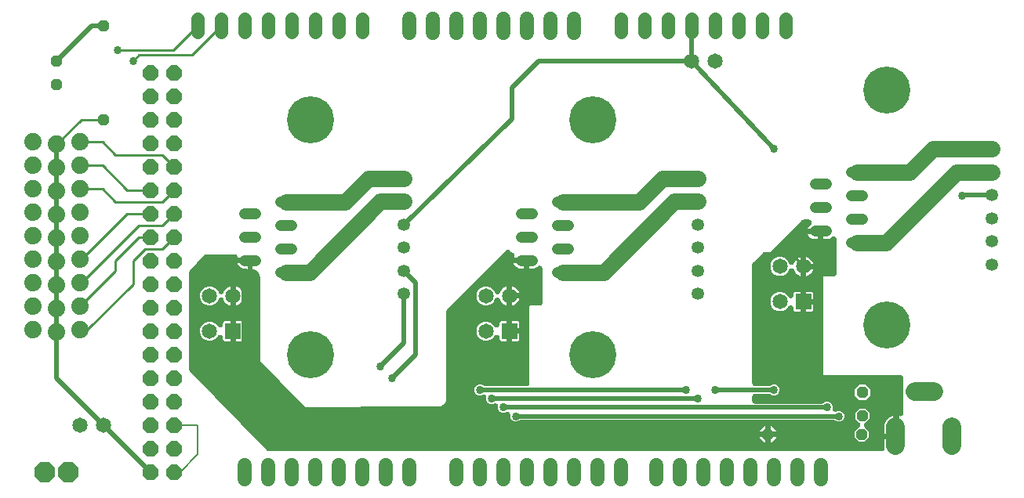
<source format=gbr>
G04 EAGLE Gerber RS-274X export*
G75*
%MOMM*%
%FSLAX34Y34*%
%LPD*%
%AMOC8*
5,1,8,0,0,1.08239X$1,22.5*%
G01*
%ADD10C,1.524000*%
%ADD11P,1.319650X8X292.500000*%
%ADD12C,2.000000*%
%ADD13C,1.350000*%
%ADD14C,1.879600*%
%ADD15P,1.319650X8X202.500000*%
%ADD16P,1.319650X8X112.500000*%
%ADD17C,1.200000*%
%ADD18C,5.080000*%
%ADD19C,1.651000*%
%ADD20R,1.651000X1.651000*%
%ADD21P,1.814519X8X112.500000*%
%ADD22C,1.422400*%
%ADD23P,2.336880X8X22.500000*%
%ADD24C,0.863600*%
%ADD25C,0.508000*%
%ADD26C,0.152400*%
%ADD27C,0.254000*%
%ADD28C,2.032000*%
%ADD29C,1.270000*%
%ADD30C,1.778000*%

G36*
X941698Y47758D02*
X941698Y47758D01*
X941767Y47756D01*
X941944Y47778D01*
X942121Y47793D01*
X942188Y47809D01*
X942256Y47818D01*
X942427Y47868D01*
X942600Y47911D01*
X942663Y47939D01*
X942729Y47958D01*
X942890Y48036D01*
X943054Y48106D01*
X943111Y48143D01*
X943173Y48173D01*
X943319Y48275D01*
X943470Y48371D01*
X943521Y48417D01*
X943577Y48456D01*
X943705Y48581D01*
X943838Y48700D01*
X943881Y48753D01*
X943930Y48801D01*
X944036Y48945D01*
X944147Y49084D01*
X944181Y49143D01*
X944222Y49198D01*
X944303Y49357D01*
X944391Y49512D01*
X944415Y49577D01*
X944447Y49638D01*
X944501Y49808D01*
X944563Y49975D01*
X944576Y50042D01*
X944597Y50107D01*
X944624Y50284D01*
X944658Y50459D01*
X944660Y50527D01*
X944670Y50595D01*
X944665Y50701D01*
X944673Y50952D01*
X944644Y51173D01*
X944639Y51277D01*
X944347Y53122D01*
X944347Y61061D01*
X956888Y61061D01*
X956964Y61068D01*
X957040Y61065D01*
X957209Y61087D01*
X957379Y61101D01*
X957453Y61120D01*
X957529Y61130D01*
X957692Y61179D01*
X957858Y61220D01*
X957928Y61250D01*
X958001Y61272D01*
X958155Y61347D01*
X958312Y61414D01*
X958376Y61455D01*
X958444Y61489D01*
X958584Y61588D01*
X958728Y61680D01*
X958784Y61730D01*
X958847Y61774D01*
X958968Y61894D01*
X959095Y62008D01*
X959096Y62009D01*
X959144Y62068D01*
X959197Y62121D01*
X959198Y62121D01*
X959198Y62122D01*
X959299Y62260D01*
X959406Y62393D01*
X959443Y62459D01*
X959488Y62520D01*
X959565Y62673D01*
X959650Y62821D01*
X959676Y62893D01*
X959711Y62961D01*
X959762Y63124D01*
X959821Y63284D01*
X959836Y63359D01*
X959859Y63431D01*
X959871Y63536D01*
X959916Y63768D01*
X959923Y64004D01*
X959935Y64109D01*
X959935Y86305D01*
X961083Y85932D01*
X961143Y85918D01*
X961200Y85896D01*
X961382Y85861D01*
X961563Y85818D01*
X961624Y85813D01*
X961684Y85802D01*
X961870Y85796D01*
X962055Y85783D01*
X962116Y85788D01*
X962177Y85786D01*
X962362Y85811D01*
X962547Y85828D01*
X962606Y85843D01*
X962666Y85851D01*
X962844Y85905D01*
X963024Y85951D01*
X963080Y85976D01*
X963139Y85993D01*
X963305Y86075D01*
X963476Y86150D01*
X963527Y86183D01*
X963582Y86210D01*
X963733Y86318D01*
X963889Y86419D01*
X963934Y86460D01*
X963984Y86496D01*
X964116Y86626D01*
X964254Y86752D01*
X964291Y86799D01*
X964335Y86842D01*
X964444Y86992D01*
X964560Y87138D01*
X964590Y87192D01*
X964625Y87241D01*
X964709Y87407D01*
X964800Y87570D01*
X964820Y87627D01*
X964848Y87682D01*
X964904Y87859D01*
X964966Y88034D01*
X964978Y88094D01*
X964996Y88152D01*
X965008Y88256D01*
X965056Y88519D01*
X965061Y88728D01*
X965072Y88830D01*
X965072Y127213D01*
X965066Y127289D01*
X965068Y127365D01*
X965046Y127534D01*
X965032Y127705D01*
X965014Y127779D01*
X965004Y127854D01*
X964955Y128018D01*
X964914Y128184D01*
X964884Y128253D01*
X964862Y128327D01*
X964786Y128480D01*
X964719Y128637D01*
X964678Y128701D01*
X964645Y128770D01*
X964546Y128909D01*
X964454Y129053D01*
X964403Y129110D01*
X964359Y129172D01*
X964239Y129293D01*
X964125Y129421D01*
X964066Y129469D01*
X964012Y129523D01*
X963874Y129624D01*
X963741Y129731D01*
X963675Y129768D01*
X963614Y129813D01*
X963461Y129890D01*
X963313Y129975D01*
X963241Y130001D01*
X963173Y130036D01*
X963010Y130087D01*
X962850Y130146D01*
X962775Y130161D01*
X962703Y130184D01*
X962598Y130196D01*
X962366Y130241D01*
X962130Y130248D01*
X962025Y130260D01*
X879431Y130260D01*
X878910Y130781D01*
X878910Y236519D01*
X879431Y237040D01*
X889762Y237040D01*
X889838Y237046D01*
X889914Y237044D01*
X890083Y237066D01*
X890254Y237080D01*
X890328Y237098D01*
X890403Y237108D01*
X890567Y237157D01*
X890733Y237198D01*
X890802Y237228D01*
X890876Y237250D01*
X891029Y237326D01*
X891186Y237393D01*
X891250Y237434D01*
X891319Y237467D01*
X891458Y237566D01*
X891602Y237658D01*
X891659Y237709D01*
X891721Y237753D01*
X891842Y237873D01*
X891970Y237987D01*
X892018Y238046D01*
X892072Y238100D01*
X892173Y238238D01*
X892280Y238371D01*
X892317Y238437D01*
X892362Y238498D01*
X892439Y238651D01*
X892524Y238799D01*
X892550Y238871D01*
X892585Y238939D01*
X892636Y239102D01*
X892695Y239262D01*
X892710Y239337D01*
X892733Y239409D01*
X892745Y239514D01*
X892790Y239746D01*
X892797Y239982D01*
X892809Y240087D01*
X892809Y277174D01*
X892806Y277212D01*
X892808Y277250D01*
X892786Y277457D01*
X892769Y277666D01*
X892760Y277703D01*
X892756Y277741D01*
X892701Y277942D01*
X892651Y278145D01*
X892636Y278180D01*
X892625Y278217D01*
X892538Y278407D01*
X892456Y278598D01*
X892436Y278630D01*
X892420Y278665D01*
X892303Y278839D01*
X892191Y279014D01*
X892166Y279043D01*
X892144Y279074D01*
X892001Y279227D01*
X891862Y279382D01*
X891833Y279406D01*
X891806Y279434D01*
X891641Y279561D01*
X891478Y279692D01*
X891445Y279711D01*
X891415Y279734D01*
X891231Y279833D01*
X891050Y279936D01*
X891014Y279949D01*
X890980Y279967D01*
X890783Y280035D01*
X890587Y280108D01*
X890550Y280115D01*
X890514Y280127D01*
X890308Y280162D01*
X890103Y280202D01*
X890065Y280203D01*
X890027Y280210D01*
X889818Y280211D01*
X889610Y280218D01*
X889572Y280213D01*
X889534Y280213D01*
X889328Y280180D01*
X889121Y280153D01*
X889084Y280142D01*
X889046Y280136D01*
X888848Y280071D01*
X888649Y280011D01*
X888614Y279994D01*
X888578Y279982D01*
X888392Y279885D01*
X888205Y279794D01*
X888174Y279772D01*
X888140Y279754D01*
X888067Y279696D01*
X887803Y279508D01*
X887681Y279387D01*
X887607Y279329D01*
X887514Y279236D01*
X886426Y278445D01*
X885229Y277835D01*
X883950Y277420D01*
X882622Y277209D01*
X878997Y277209D01*
X878997Y285750D01*
X878991Y285826D01*
X878994Y285902D01*
X878971Y286071D01*
X878957Y286241D01*
X878939Y286315D01*
X878929Y286391D01*
X878880Y286555D01*
X878839Y286720D01*
X878809Y286790D01*
X878787Y286863D01*
X878712Y287017D01*
X878644Y287174D01*
X878603Y287238D01*
X878570Y287306D01*
X878471Y287446D01*
X878379Y287590D01*
X878328Y287646D01*
X878284Y287709D01*
X878164Y287830D01*
X878050Y287958D01*
X877991Y288006D01*
X877958Y288039D01*
X877937Y288060D01*
X877799Y288161D01*
X877666Y288268D01*
X877600Y288306D01*
X877538Y288350D01*
X877386Y288427D01*
X877237Y288512D01*
X877166Y288538D01*
X877098Y288573D01*
X876935Y288624D01*
X876775Y288684D01*
X876700Y288698D01*
X876627Y288721D01*
X876523Y288733D01*
X876291Y288778D01*
X876055Y288786D01*
X875950Y288797D01*
X861960Y288797D01*
X862035Y289029D01*
X862645Y290226D01*
X863436Y291314D01*
X864386Y292264D01*
X865136Y292810D01*
X865160Y292830D01*
X865185Y292846D01*
X865347Y292990D01*
X865511Y293131D01*
X865530Y293154D01*
X865553Y293175D01*
X865689Y293343D01*
X865828Y293509D01*
X865844Y293535D01*
X865863Y293559D01*
X865970Y293746D01*
X866081Y293932D01*
X866092Y293961D01*
X866107Y293987D01*
X866183Y294190D01*
X866262Y294391D01*
X866268Y294421D01*
X866279Y294450D01*
X866320Y294662D01*
X866366Y294874D01*
X866368Y294904D01*
X866374Y294934D01*
X866380Y295150D01*
X866391Y295366D01*
X866388Y295397D01*
X866389Y295427D01*
X866361Y295641D01*
X866337Y295857D01*
X866328Y295886D01*
X866324Y295916D01*
X866262Y296124D01*
X866204Y296332D01*
X866191Y296359D01*
X866182Y296389D01*
X866087Y296583D01*
X865996Y296779D01*
X865979Y296804D01*
X865965Y296832D01*
X865840Y297008D01*
X865718Y297187D01*
X865697Y297209D01*
X865680Y297234D01*
X865527Y297388D01*
X865379Y297545D01*
X865354Y297563D01*
X865333Y297585D01*
X865158Y297712D01*
X864986Y297843D01*
X864959Y297857D01*
X864934Y297875D01*
X864742Y297973D01*
X864550Y298074D01*
X864521Y298084D01*
X864494Y298098D01*
X864288Y298163D01*
X864082Y298232D01*
X864052Y298237D01*
X864023Y298246D01*
X863939Y298255D01*
X863596Y298312D01*
X863435Y298312D01*
X863345Y298322D01*
X857250Y298322D01*
X857136Y298313D01*
X857022Y298314D01*
X856891Y298293D01*
X856758Y298282D01*
X856648Y298255D01*
X856535Y298237D01*
X856408Y298196D01*
X856279Y298164D01*
X856175Y298119D01*
X856066Y298083D01*
X855948Y298021D01*
X855826Y297969D01*
X855730Y297908D01*
X855628Y297855D01*
X855555Y297796D01*
X855410Y297704D01*
X855168Y297488D01*
X855095Y297430D01*
X821076Y263410D01*
X815289Y263469D01*
X815160Y263460D01*
X815031Y263460D01*
X814914Y263442D01*
X814797Y263434D01*
X814671Y263404D01*
X814543Y263384D01*
X814432Y263347D01*
X814317Y263320D01*
X814198Y263270D01*
X814075Y263230D01*
X813970Y263175D01*
X813862Y263130D01*
X813752Y263062D01*
X813637Y263002D01*
X813570Y262948D01*
X813443Y262869D01*
X813160Y262622D01*
X813104Y262576D01*
X802898Y252371D01*
X802824Y252284D01*
X802743Y252204D01*
X802665Y252096D01*
X802579Y251995D01*
X802520Y251897D01*
X802453Y251805D01*
X802393Y251686D01*
X802324Y251572D01*
X802282Y251466D01*
X802230Y251364D01*
X802190Y251238D01*
X802141Y251114D01*
X802116Y251003D01*
X802082Y250894D01*
X802072Y250800D01*
X802034Y250633D01*
X802016Y250308D01*
X802006Y250216D01*
X802006Y121412D01*
X802012Y121336D01*
X802010Y121260D01*
X802032Y121091D01*
X802046Y120920D01*
X802064Y120846D01*
X802074Y120771D01*
X802123Y120607D01*
X802164Y120441D01*
X802194Y120372D01*
X802216Y120298D01*
X802292Y120145D01*
X802359Y119988D01*
X802400Y119924D01*
X802433Y119855D01*
X802532Y119716D01*
X802624Y119572D01*
X802675Y119515D01*
X802719Y119453D01*
X802839Y119332D01*
X802953Y119204D01*
X803012Y119156D01*
X803066Y119102D01*
X803204Y119001D01*
X803337Y118894D01*
X803403Y118857D01*
X803464Y118812D01*
X803617Y118735D01*
X803765Y118650D01*
X803837Y118624D01*
X803905Y118589D01*
X804068Y118538D01*
X804228Y118479D01*
X804303Y118464D01*
X804375Y118441D01*
X804480Y118429D01*
X804712Y118384D01*
X804948Y118377D01*
X805053Y118365D01*
X820040Y118365D01*
X820153Y118374D01*
X820268Y118373D01*
X820399Y118394D01*
X820531Y118405D01*
X820642Y118432D01*
X820755Y118450D01*
X820881Y118491D01*
X821010Y118523D01*
X821115Y118568D01*
X821224Y118604D01*
X821342Y118666D01*
X821464Y118718D01*
X821560Y118779D01*
X821661Y118832D01*
X821735Y118891D01*
X821880Y118983D01*
X822122Y119199D01*
X822188Y119252D01*
X824338Y120143D01*
X826662Y120143D01*
X828810Y119253D01*
X830453Y117610D01*
X831343Y115462D01*
X831343Y113138D01*
X830453Y110990D01*
X828810Y109347D01*
X826662Y108457D01*
X824338Y108457D01*
X822189Y109347D01*
X822107Y109417D01*
X822027Y109498D01*
X821920Y109576D01*
X821818Y109662D01*
X821721Y109721D01*
X821628Y109788D01*
X821510Y109848D01*
X821396Y109917D01*
X821290Y109959D01*
X821188Y110011D01*
X821061Y110051D01*
X820938Y110100D01*
X820826Y110125D01*
X820717Y110159D01*
X820624Y110169D01*
X820456Y110207D01*
X820132Y110225D01*
X820040Y110235D01*
X805053Y110235D01*
X804977Y110229D01*
X804901Y110231D01*
X804732Y110209D01*
X804561Y110195D01*
X804487Y110177D01*
X804412Y110167D01*
X804248Y110118D01*
X804082Y110077D01*
X804013Y110047D01*
X803939Y110025D01*
X803786Y109949D01*
X803629Y109882D01*
X803565Y109841D01*
X803496Y109808D01*
X803357Y109709D01*
X803213Y109617D01*
X803156Y109566D01*
X803094Y109522D01*
X802973Y109402D01*
X802845Y109288D01*
X802797Y109229D01*
X802743Y109175D01*
X802642Y109037D01*
X802535Y108904D01*
X802498Y108838D01*
X802453Y108777D01*
X802376Y108624D01*
X802291Y108476D01*
X802265Y108404D01*
X802230Y108336D01*
X802179Y108173D01*
X802120Y108013D01*
X802105Y107938D01*
X802082Y107866D01*
X802070Y107761D01*
X802025Y107529D01*
X802018Y107293D01*
X802006Y107188D01*
X802006Y102362D01*
X802012Y102286D01*
X802010Y102210D01*
X802032Y102041D01*
X802046Y101870D01*
X802064Y101796D01*
X802074Y101721D01*
X802123Y101557D01*
X802164Y101391D01*
X802194Y101322D01*
X802216Y101248D01*
X802292Y101095D01*
X802359Y100938D01*
X802400Y100874D01*
X802433Y100805D01*
X802532Y100666D01*
X802624Y100522D01*
X802675Y100465D01*
X802719Y100403D01*
X802839Y100282D01*
X802953Y100154D01*
X803012Y100106D01*
X803066Y100052D01*
X803204Y99951D01*
X803337Y99844D01*
X803403Y99807D01*
X803464Y99762D01*
X803617Y99685D01*
X803765Y99600D01*
X803837Y99574D01*
X803905Y99539D01*
X804068Y99488D01*
X804228Y99429D01*
X804303Y99414D01*
X804375Y99391D01*
X804480Y99379D01*
X804712Y99334D01*
X804948Y99327D01*
X805053Y99315D01*
X877190Y99315D01*
X877303Y99324D01*
X877418Y99323D01*
X877549Y99344D01*
X877681Y99355D01*
X877792Y99382D01*
X877905Y99400D01*
X878031Y99441D01*
X878160Y99473D01*
X878265Y99518D01*
X878374Y99554D01*
X878492Y99616D01*
X878614Y99668D01*
X878710Y99729D01*
X878811Y99782D01*
X878885Y99841D01*
X879030Y99933D01*
X879272Y100149D01*
X879338Y100202D01*
X881488Y101093D01*
X883812Y101093D01*
X885960Y100203D01*
X887603Y98560D01*
X888493Y96412D01*
X888493Y93769D01*
X888507Y93589D01*
X888514Y93409D01*
X888527Y93344D01*
X888533Y93278D01*
X888576Y93102D01*
X888612Y92925D01*
X888635Y92863D01*
X888651Y92799D01*
X888723Y92633D01*
X888786Y92464D01*
X888820Y92406D01*
X888846Y92345D01*
X888943Y92193D01*
X889033Y92037D01*
X889075Y91985D01*
X889111Y91929D01*
X889231Y91795D01*
X889346Y91655D01*
X889395Y91611D01*
X889440Y91561D01*
X889580Y91448D01*
X889715Y91329D01*
X889772Y91293D01*
X889824Y91251D01*
X889980Y91162D01*
X890133Y91066D01*
X890195Y91040D01*
X890252Y91007D01*
X890422Y90945D01*
X890588Y90875D01*
X890652Y90859D01*
X890715Y90836D01*
X890892Y90801D01*
X891067Y90759D01*
X891134Y90754D01*
X891199Y90741D01*
X891379Y90736D01*
X891559Y90722D01*
X891626Y90728D01*
X891692Y90726D01*
X891871Y90749D01*
X892051Y90765D01*
X892101Y90780D01*
X892181Y90790D01*
X892653Y90933D01*
X892684Y90948D01*
X892706Y90954D01*
X894188Y91568D01*
X896512Y91568D01*
X898660Y90678D01*
X900303Y89035D01*
X901193Y86887D01*
X901193Y84563D01*
X900303Y82415D01*
X898660Y80772D01*
X896512Y79882D01*
X894188Y79882D01*
X892039Y80772D01*
X891957Y80842D01*
X891877Y80923D01*
X891770Y81001D01*
X891668Y81087D01*
X891571Y81146D01*
X891478Y81213D01*
X891360Y81273D01*
X891246Y81342D01*
X891140Y81384D01*
X891038Y81436D01*
X890911Y81476D01*
X890788Y81525D01*
X890676Y81550D01*
X890567Y81584D01*
X890474Y81594D01*
X890306Y81632D01*
X889982Y81650D01*
X889890Y81660D01*
X551860Y81660D01*
X551746Y81651D01*
X551632Y81652D01*
X551500Y81631D01*
X551368Y81620D01*
X551257Y81593D01*
X551144Y81575D01*
X551018Y81534D01*
X550889Y81502D01*
X550784Y81457D01*
X550676Y81421D01*
X550558Y81359D01*
X550436Y81307D01*
X550340Y81246D01*
X550238Y81193D01*
X550165Y81134D01*
X550020Y81042D01*
X549777Y80826D01*
X549711Y80773D01*
X547562Y79882D01*
X545237Y79882D01*
X543090Y80772D01*
X541446Y82415D01*
X540557Y84563D01*
X540557Y87330D01*
X540542Y87510D01*
X540535Y87690D01*
X540522Y87755D01*
X540517Y87821D01*
X540473Y87997D01*
X540437Y88173D01*
X540414Y88236D01*
X540398Y88300D01*
X540327Y88466D01*
X540263Y88635D01*
X540230Y88692D01*
X540203Y88754D01*
X540106Y88906D01*
X540016Y89062D01*
X539974Y89114D01*
X539938Y89170D01*
X539818Y89304D01*
X539704Y89444D01*
X539654Y89488D01*
X539610Y89538D01*
X539469Y89651D01*
X539334Y89770D01*
X539277Y89806D01*
X539226Y89848D01*
X539069Y89937D01*
X538916Y90033D01*
X538855Y90059D01*
X538797Y90092D01*
X538628Y90154D01*
X538462Y90224D01*
X538397Y90240D01*
X538334Y90263D01*
X538157Y90298D01*
X537982Y90340D01*
X537916Y90345D01*
X537850Y90358D01*
X537670Y90363D01*
X537490Y90377D01*
X537424Y90371D01*
X537357Y90373D01*
X537178Y90350D01*
X536999Y90334D01*
X536948Y90319D01*
X536868Y90309D01*
X536396Y90166D01*
X536366Y90151D01*
X536343Y90145D01*
X534562Y89407D01*
X532238Y89407D01*
X530090Y90297D01*
X528447Y91940D01*
X527557Y94088D01*
X527557Y96731D01*
X527543Y96911D01*
X527536Y97091D01*
X527523Y97156D01*
X527517Y97222D01*
X527474Y97398D01*
X527438Y97575D01*
X527415Y97637D01*
X527399Y97701D01*
X527327Y97867D01*
X527264Y98036D01*
X527230Y98094D01*
X527204Y98155D01*
X527107Y98307D01*
X527017Y98463D01*
X526975Y98515D01*
X526939Y98571D01*
X526819Y98705D01*
X526704Y98845D01*
X526655Y98889D01*
X526610Y98939D01*
X526470Y99052D01*
X526335Y99171D01*
X526278Y99207D01*
X526226Y99249D01*
X526070Y99338D01*
X525917Y99434D01*
X525855Y99460D01*
X525798Y99493D01*
X525628Y99555D01*
X525462Y99625D01*
X525398Y99641D01*
X525335Y99664D01*
X525158Y99699D01*
X524983Y99741D01*
X524916Y99746D01*
X524851Y99759D01*
X524671Y99764D01*
X524491Y99778D01*
X524424Y99772D01*
X524358Y99774D01*
X524179Y99751D01*
X523999Y99735D01*
X523949Y99720D01*
X523869Y99710D01*
X523397Y99567D01*
X523366Y99552D01*
X523344Y99546D01*
X521862Y98932D01*
X519538Y98932D01*
X517390Y99822D01*
X515747Y101465D01*
X514857Y103613D01*
X514857Y106256D01*
X514843Y106436D01*
X514836Y106616D01*
X514823Y106681D01*
X514817Y106747D01*
X514774Y106923D01*
X514738Y107100D01*
X514715Y107162D01*
X514699Y107226D01*
X514627Y107392D01*
X514564Y107561D01*
X514530Y107619D01*
X514504Y107680D01*
X514407Y107832D01*
X514317Y107988D01*
X514275Y108040D01*
X514239Y108096D01*
X514119Y108230D01*
X514004Y108370D01*
X513955Y108414D01*
X513910Y108464D01*
X513770Y108577D01*
X513635Y108696D01*
X513578Y108732D01*
X513526Y108774D01*
X513370Y108863D01*
X513217Y108959D01*
X513155Y108985D01*
X513098Y109018D01*
X512928Y109080D01*
X512762Y109150D01*
X512698Y109166D01*
X512635Y109189D01*
X512458Y109224D01*
X512283Y109266D01*
X512216Y109271D01*
X512151Y109284D01*
X511971Y109289D01*
X511791Y109303D01*
X511724Y109297D01*
X511658Y109299D01*
X511479Y109276D01*
X511299Y109260D01*
X511249Y109245D01*
X511169Y109235D01*
X510697Y109092D01*
X510666Y109077D01*
X510644Y109071D01*
X509162Y108457D01*
X506838Y108457D01*
X504690Y109347D01*
X503047Y110990D01*
X502157Y113138D01*
X502157Y115462D01*
X503047Y117610D01*
X504690Y119253D01*
X506838Y120143D01*
X509162Y120143D01*
X511311Y119253D01*
X511393Y119183D01*
X511473Y119102D01*
X511580Y119024D01*
X511682Y118938D01*
X511779Y118879D01*
X511872Y118812D01*
X511990Y118752D01*
X512104Y118683D01*
X512210Y118641D01*
X512312Y118589D01*
X512439Y118549D01*
X512562Y118500D01*
X512674Y118475D01*
X512783Y118441D01*
X512876Y118431D01*
X513044Y118393D01*
X513368Y118375D01*
X513460Y118365D01*
X558363Y118365D01*
X558439Y118371D01*
X558515Y118369D01*
X558684Y118391D01*
X558855Y118405D01*
X558929Y118423D01*
X559004Y118433D01*
X559168Y118482D01*
X559334Y118523D01*
X559403Y118553D01*
X559477Y118575D01*
X559630Y118651D01*
X559787Y118718D01*
X559851Y118759D01*
X559920Y118792D01*
X560059Y118891D01*
X560203Y118983D01*
X560260Y119034D01*
X560322Y119078D01*
X560443Y119198D01*
X560571Y119312D01*
X560619Y119371D01*
X560673Y119425D01*
X560774Y119563D01*
X560881Y119696D01*
X560918Y119762D01*
X560963Y119823D01*
X561040Y119976D01*
X561125Y120124D01*
X561151Y120196D01*
X561186Y120264D01*
X561237Y120427D01*
X561296Y120587D01*
X561311Y120662D01*
X561334Y120734D01*
X561346Y120839D01*
X561391Y121071D01*
X561398Y121307D01*
X561410Y121412D01*
X561410Y204769D01*
X561931Y205290D01*
X572262Y205290D01*
X572338Y205296D01*
X572414Y205294D01*
X572583Y205316D01*
X572754Y205330D01*
X572828Y205348D01*
X572903Y205358D01*
X573067Y205407D01*
X573233Y205448D01*
X573302Y205478D01*
X573376Y205500D01*
X573529Y205576D01*
X573686Y205643D01*
X573750Y205684D01*
X573819Y205717D01*
X573958Y205816D01*
X574102Y205908D01*
X574159Y205959D01*
X574221Y206003D01*
X574342Y206123D01*
X574470Y206237D01*
X574518Y206296D01*
X574572Y206350D01*
X574673Y206488D01*
X574780Y206621D01*
X574817Y206687D01*
X574862Y206748D01*
X574939Y206901D01*
X575024Y207049D01*
X575050Y207121D01*
X575085Y207189D01*
X575136Y207352D01*
X575195Y207512D01*
X575210Y207587D01*
X575233Y207659D01*
X575245Y207764D01*
X575290Y207996D01*
X575297Y208232D01*
X575309Y208337D01*
X575309Y245424D01*
X575306Y245462D01*
X575308Y245500D01*
X575286Y245707D01*
X575269Y245916D01*
X575260Y245953D01*
X575256Y245991D01*
X575201Y246192D01*
X575151Y246395D01*
X575136Y246430D01*
X575125Y246467D01*
X575038Y246657D01*
X574956Y246848D01*
X574936Y246880D01*
X574920Y246915D01*
X574803Y247089D01*
X574691Y247264D01*
X574666Y247293D01*
X574644Y247324D01*
X574501Y247477D01*
X574362Y247632D01*
X574333Y247656D01*
X574306Y247684D01*
X574141Y247811D01*
X573978Y247942D01*
X573945Y247961D01*
X573915Y247984D01*
X573731Y248083D01*
X573550Y248186D01*
X573514Y248199D01*
X573480Y248217D01*
X573283Y248285D01*
X573087Y248358D01*
X573050Y248365D01*
X573014Y248377D01*
X572808Y248412D01*
X572603Y248452D01*
X572565Y248453D01*
X572527Y248460D01*
X572318Y248461D01*
X572110Y248468D01*
X572072Y248463D01*
X572034Y248463D01*
X571828Y248430D01*
X571621Y248403D01*
X571584Y248392D01*
X571546Y248386D01*
X571348Y248321D01*
X571149Y248261D01*
X571114Y248244D01*
X571078Y248232D01*
X570892Y248135D01*
X570705Y248044D01*
X570674Y248022D01*
X570640Y248004D01*
X570567Y247946D01*
X570303Y247758D01*
X570181Y247637D01*
X570107Y247579D01*
X570014Y247486D01*
X568926Y246695D01*
X567729Y246085D01*
X566450Y245670D01*
X565122Y245459D01*
X561497Y245459D01*
X561497Y254000D01*
X561491Y254076D01*
X561494Y254152D01*
X561471Y254321D01*
X561457Y254491D01*
X561439Y254565D01*
X561429Y254641D01*
X561380Y254805D01*
X561339Y254970D01*
X561309Y255040D01*
X561287Y255113D01*
X561212Y255267D01*
X561144Y255424D01*
X561103Y255488D01*
X561070Y255556D01*
X560971Y255696D01*
X560879Y255840D01*
X560828Y255896D01*
X560784Y255959D01*
X560664Y256080D01*
X560550Y256208D01*
X560491Y256256D01*
X560458Y256289D01*
X560437Y256310D01*
X560299Y256411D01*
X560166Y256518D01*
X560100Y256556D01*
X560038Y256600D01*
X559886Y256677D01*
X559737Y256762D01*
X559666Y256788D01*
X559598Y256823D01*
X559435Y256874D01*
X559275Y256934D01*
X559200Y256948D01*
X559127Y256971D01*
X559023Y256983D01*
X558791Y257028D01*
X558555Y257036D01*
X558450Y257047D01*
X544460Y257047D01*
X544535Y257278D01*
X545140Y258467D01*
X545215Y258648D01*
X545295Y258826D01*
X545309Y258875D01*
X545328Y258923D01*
X545372Y259114D01*
X545423Y259302D01*
X545428Y259353D01*
X545440Y259403D01*
X545453Y259599D01*
X545472Y259793D01*
X545469Y259845D01*
X545472Y259896D01*
X545453Y260091D01*
X545441Y260286D01*
X545430Y260336D01*
X545425Y260387D01*
X545375Y260576D01*
X545331Y260767D01*
X545312Y260814D01*
X545299Y260864D01*
X545219Y261042D01*
X545145Y261224D01*
X545119Y261267D01*
X545098Y261314D01*
X544990Y261478D01*
X544888Y261645D01*
X544855Y261683D01*
X544827Y261726D01*
X544694Y261870D01*
X544566Y262018D01*
X544527Y262051D01*
X544492Y262089D01*
X544338Y262210D01*
X544188Y262336D01*
X544152Y262356D01*
X544104Y262393D01*
X543672Y262631D01*
X543622Y262648D01*
X543591Y262665D01*
X541783Y263414D01*
X540317Y264880D01*
X540259Y264930D01*
X540207Y264985D01*
X540071Y265089D01*
X539941Y265200D01*
X539876Y265239D01*
X539816Y265286D01*
X539665Y265366D01*
X539519Y265455D01*
X539448Y265483D01*
X539381Y265519D01*
X539219Y265574D01*
X539061Y265638D01*
X538986Y265654D01*
X538914Y265679D01*
X538746Y265707D01*
X538579Y265744D01*
X538503Y265749D01*
X538428Y265761D01*
X538257Y265762D01*
X538086Y265772D01*
X538011Y265764D01*
X537934Y265764D01*
X537766Y265738D01*
X537596Y265720D01*
X537523Y265700D01*
X537447Y265688D01*
X537285Y265634D01*
X537120Y265589D01*
X537051Y265557D01*
X536979Y265534D01*
X536827Y265455D01*
X536672Y265383D01*
X536609Y265341D01*
X536541Y265306D01*
X536459Y265240D01*
X536262Y265108D01*
X536090Y264946D01*
X536008Y264880D01*
X472698Y201571D01*
X472624Y201484D01*
X472543Y201404D01*
X472465Y201296D01*
X472379Y201195D01*
X472320Y201097D01*
X472253Y201005D01*
X472193Y200886D01*
X472124Y200772D01*
X472082Y200666D01*
X472030Y200564D01*
X471990Y200438D01*
X471941Y200314D01*
X471916Y200203D01*
X471882Y200094D01*
X471872Y200000D01*
X471834Y199833D01*
X471816Y199508D01*
X471806Y199416D01*
X471806Y103133D01*
X470549Y100098D01*
X468227Y97776D01*
X465192Y96519D01*
X380775Y96519D01*
X380661Y96510D01*
X380547Y96511D01*
X380415Y96490D01*
X380283Y96479D01*
X380172Y96452D01*
X380059Y96434D01*
X379933Y96393D01*
X379804Y96361D01*
X379699Y96316D01*
X379591Y96280D01*
X379473Y96218D01*
X379351Y96166D01*
X379254Y96105D01*
X379153Y96052D01*
X379080Y95993D01*
X378935Y95901D01*
X378916Y95884D01*
X306923Y95884D01*
X305189Y97618D01*
X305102Y97692D01*
X305022Y97773D01*
X304914Y97851D01*
X304813Y97937D01*
X304715Y97996D01*
X304623Y98063D01*
X304505Y98123D01*
X304391Y98192D01*
X304284Y98234D01*
X304183Y98286D01*
X304056Y98326D01*
X303932Y98375D01*
X303821Y98400D01*
X303712Y98434D01*
X303619Y98444D01*
X303451Y98482D01*
X303127Y98500D01*
X303034Y98510D01*
X257131Y98510D01*
X256610Y99031D01*
X256610Y165650D01*
X256607Y165688D01*
X256609Y165727D01*
X256587Y165935D01*
X256570Y166142D01*
X256561Y166179D01*
X256557Y166217D01*
X256502Y166419D01*
X256452Y166621D01*
X256437Y166656D01*
X256426Y166693D01*
X256339Y166883D01*
X256257Y167074D01*
X256237Y167107D01*
X256221Y167141D01*
X256104Y167314D01*
X255992Y167490D01*
X255967Y167519D01*
X255945Y167551D01*
X255802Y167703D01*
X255663Y167858D01*
X255634Y167882D01*
X255607Y167910D01*
X255441Y168037D01*
X255279Y168168D01*
X255246Y168187D01*
X255216Y168210D01*
X255032Y168309D01*
X254851Y168412D01*
X254815Y168426D01*
X254781Y168444D01*
X254584Y168511D01*
X254388Y168584D01*
X254351Y168591D01*
X254315Y168604D01*
X254109Y168638D01*
X253904Y168679D01*
X253866Y168680D01*
X253828Y168686D01*
X253619Y168687D01*
X253411Y168694D01*
X253373Y168689D01*
X253335Y168689D01*
X253129Y168657D01*
X252922Y168629D01*
X252885Y168618D01*
X252848Y168612D01*
X252650Y168547D01*
X252450Y168487D01*
X252415Y168470D01*
X252379Y168458D01*
X252194Y168362D01*
X252006Y168270D01*
X251975Y168248D01*
X251941Y168230D01*
X251869Y168172D01*
X251604Y167985D01*
X251482Y167864D01*
X251408Y167805D01*
X251115Y167512D01*
X250536Y167177D01*
X249890Y167004D01*
X244347Y167004D01*
X244347Y177800D01*
X244347Y188596D01*
X249890Y188596D01*
X250536Y188423D01*
X251115Y188088D01*
X251408Y187795D01*
X251437Y187770D01*
X251463Y187742D01*
X251625Y187611D01*
X251784Y187475D01*
X251817Y187456D01*
X251847Y187432D01*
X252028Y187329D01*
X252207Y187221D01*
X252242Y187207D01*
X252275Y187188D01*
X252471Y187115D01*
X252665Y187038D01*
X252702Y187029D01*
X252738Y187016D01*
X252942Y186976D01*
X253146Y186931D01*
X253185Y186929D01*
X253222Y186921D01*
X253430Y186915D01*
X253639Y186903D01*
X253677Y186907D01*
X253715Y186906D01*
X253921Y186933D01*
X254130Y186955D01*
X254166Y186966D01*
X254204Y186971D01*
X254404Y187031D01*
X254605Y187086D01*
X254640Y187102D01*
X254677Y187113D01*
X254864Y187205D01*
X255054Y187292D01*
X255085Y187313D01*
X255120Y187330D01*
X255290Y187451D01*
X255463Y187567D01*
X255491Y187593D01*
X255522Y187615D01*
X255670Y187762D01*
X255823Y187905D01*
X255846Y187935D01*
X255873Y187962D01*
X255996Y188131D01*
X256123Y188296D01*
X256141Y188330D01*
X256163Y188361D01*
X256257Y188547D01*
X256356Y188731D01*
X256368Y188767D01*
X256386Y188801D01*
X256448Y189000D01*
X256516Y189198D01*
X256522Y189235D01*
X256534Y189272D01*
X256544Y189365D01*
X256599Y189684D01*
X256600Y189856D01*
X256610Y189950D01*
X256610Y204769D01*
X256917Y205075D01*
X256991Y205162D01*
X257072Y205242D01*
X257150Y205350D01*
X257236Y205451D01*
X257295Y205549D01*
X257362Y205641D01*
X257422Y205759D01*
X257491Y205874D01*
X257533Y205980D01*
X257585Y206082D01*
X257625Y206208D01*
X257674Y206332D01*
X257699Y206443D01*
X257733Y206552D01*
X257743Y206646D01*
X257781Y206813D01*
X257799Y207138D01*
X257809Y207230D01*
X257809Y212535D01*
X257808Y212550D01*
X257809Y212566D01*
X257788Y212796D01*
X257769Y213027D01*
X257766Y213042D01*
X257764Y213057D01*
X257706Y213280D01*
X257651Y213506D01*
X257645Y213520D01*
X257641Y213534D01*
X257547Y213747D01*
X257456Y213959D01*
X257448Y213972D01*
X257442Y213986D01*
X257315Y214181D01*
X257191Y214375D01*
X257181Y214386D01*
X257173Y214399D01*
X257016Y214571D01*
X256862Y214743D01*
X256850Y214752D01*
X256840Y214764D01*
X256657Y214909D01*
X256478Y215053D01*
X256465Y215060D01*
X256453Y215070D01*
X256250Y215183D01*
X256050Y215297D01*
X256035Y215302D01*
X256022Y215310D01*
X255805Y215388D01*
X255587Y215468D01*
X255572Y215471D01*
X255558Y215477D01*
X255329Y215519D01*
X255103Y215563D01*
X255088Y215564D01*
X255073Y215566D01*
X254839Y215571D01*
X254610Y215579D01*
X254595Y215577D01*
X254580Y215577D01*
X254350Y215544D01*
X254121Y215514D01*
X254106Y215510D01*
X254091Y215508D01*
X253870Y215438D01*
X253649Y215372D01*
X253635Y215365D01*
X253620Y215360D01*
X253413Y215256D01*
X253205Y215155D01*
X253193Y215146D01*
X253179Y215139D01*
X252992Y215003D01*
X252803Y214869D01*
X252792Y214858D01*
X252780Y214850D01*
X252617Y214685D01*
X252452Y214523D01*
X252443Y214510D01*
X252432Y214499D01*
X252298Y214311D01*
X252162Y214124D01*
X252155Y214110D01*
X252146Y214098D01*
X252123Y214047D01*
X251939Y213683D01*
X251898Y213551D01*
X251864Y213477D01*
X251305Y211756D01*
X250533Y210242D01*
X249534Y208867D01*
X248333Y207666D01*
X246958Y206667D01*
X245444Y205895D01*
X244347Y205539D01*
X244347Y215900D01*
X244347Y226261D01*
X245444Y225905D01*
X246958Y225133D01*
X248333Y224134D01*
X249534Y222933D01*
X250533Y221558D01*
X251305Y220044D01*
X251864Y218323D01*
X251870Y218309D01*
X251873Y218294D01*
X251965Y218082D01*
X252054Y217868D01*
X252062Y217855D01*
X252068Y217841D01*
X252192Y217646D01*
X252315Y217449D01*
X252325Y217438D01*
X252333Y217425D01*
X252487Y217253D01*
X252640Y217078D01*
X252652Y217068D01*
X252662Y217057D01*
X252842Y216911D01*
X253020Y216764D01*
X253034Y216757D01*
X253046Y216747D01*
X253247Y216633D01*
X253447Y216516D01*
X253461Y216511D01*
X253474Y216503D01*
X253692Y216422D01*
X253908Y216340D01*
X253923Y216337D01*
X253937Y216332D01*
X254163Y216287D01*
X254391Y216240D01*
X254406Y216240D01*
X254421Y216237D01*
X254651Y216230D01*
X254884Y216220D01*
X254899Y216222D01*
X254914Y216221D01*
X255144Y216252D01*
X255373Y216280D01*
X255388Y216284D01*
X255403Y216286D01*
X255626Y216353D01*
X255847Y216417D01*
X255861Y216424D01*
X255876Y216428D01*
X256084Y216531D01*
X256292Y216630D01*
X256305Y216639D01*
X256319Y216645D01*
X256508Y216779D01*
X256698Y216911D01*
X256708Y216922D01*
X256721Y216931D01*
X256885Y217093D01*
X257052Y217254D01*
X257061Y217267D01*
X257072Y217277D01*
X257208Y217464D01*
X257346Y217650D01*
X257353Y217664D01*
X257362Y217676D01*
X257466Y217882D01*
X257573Y218088D01*
X257578Y218103D01*
X257585Y218117D01*
X257654Y218338D01*
X257726Y218558D01*
X257728Y218573D01*
X257733Y218587D01*
X257739Y218643D01*
X257801Y219045D01*
X257800Y219184D01*
X257809Y219265D01*
X257809Y242412D01*
X257803Y242488D01*
X257805Y242564D01*
X257783Y242733D01*
X257769Y242904D01*
X257751Y242978D01*
X257741Y243053D01*
X257692Y243217D01*
X257651Y243383D01*
X257621Y243452D01*
X257599Y243526D01*
X257523Y243679D01*
X257456Y243836D01*
X257415Y243900D01*
X257382Y243969D01*
X257283Y244108D01*
X257191Y244252D01*
X257140Y244309D01*
X257096Y244371D01*
X256976Y244492D01*
X256862Y244620D01*
X256803Y244668D01*
X256749Y244722D01*
X256611Y244823D01*
X256478Y244930D01*
X256412Y244967D01*
X256351Y245012D01*
X256198Y245089D01*
X256050Y245174D01*
X255978Y245200D01*
X255910Y245235D01*
X255747Y245286D01*
X255587Y245345D01*
X255512Y245360D01*
X255440Y245383D01*
X255335Y245395D01*
X255103Y245440D01*
X254867Y245447D01*
X254762Y245459D01*
X253328Y245459D01*
X252000Y245670D01*
X250721Y246085D01*
X249524Y246695D01*
X248436Y247486D01*
X247486Y248436D01*
X246695Y249524D01*
X246085Y250721D01*
X246010Y250953D01*
X260000Y250953D01*
X260076Y250959D01*
X260152Y250956D01*
X260321Y250979D01*
X260491Y250993D01*
X260565Y251011D01*
X260641Y251021D01*
X260805Y251070D01*
X260970Y251111D01*
X261040Y251141D01*
X261113Y251163D01*
X261267Y251238D01*
X261424Y251306D01*
X261488Y251347D01*
X261556Y251380D01*
X261696Y251479D01*
X261840Y251571D01*
X261896Y251622D01*
X261959Y251666D01*
X262080Y251786D01*
X262208Y251900D01*
X262255Y251959D01*
X262310Y252012D01*
X262410Y252151D01*
X262517Y252283D01*
X262555Y252350D01*
X262600Y252411D01*
X262677Y252564D01*
X262761Y252712D01*
X262788Y252784D01*
X262822Y252852D01*
X262874Y253014D01*
X262933Y253175D01*
X262948Y253249D01*
X262971Y253322D01*
X262982Y253427D01*
X263028Y253659D01*
X263035Y253895D01*
X263047Y254000D01*
X263041Y254076D01*
X263043Y254152D01*
X263021Y254321D01*
X263007Y254492D01*
X262989Y254566D01*
X262979Y254641D01*
X262929Y254805D01*
X262888Y254971D01*
X262858Y255041D01*
X262836Y255114D01*
X262761Y255267D01*
X262694Y255424D01*
X262653Y255488D01*
X262619Y255557D01*
X262520Y255696D01*
X262429Y255840D01*
X262378Y255897D01*
X262334Y255959D01*
X262214Y256081D01*
X262100Y256208D01*
X262041Y256256D01*
X261987Y256310D01*
X261849Y256411D01*
X261716Y256518D01*
X261650Y256556D01*
X261588Y256600D01*
X261436Y256677D01*
X261287Y256762D01*
X261216Y256788D01*
X261148Y256823D01*
X260985Y256874D01*
X260825Y256934D01*
X260750Y256948D01*
X260677Y256971D01*
X260573Y256983D01*
X260341Y257028D01*
X260105Y257036D01*
X260000Y257047D01*
X246005Y257047D01*
X246007Y257055D01*
X246028Y257112D01*
X246064Y257295D01*
X246107Y257475D01*
X246111Y257536D01*
X246123Y257596D01*
X246129Y257782D01*
X246142Y257967D01*
X246136Y258028D01*
X246138Y258089D01*
X246114Y258273D01*
X246097Y258459D01*
X246082Y258518D01*
X246074Y258578D01*
X246020Y258757D01*
X245974Y258936D01*
X245949Y258992D01*
X245931Y259051D01*
X245850Y259218D01*
X245775Y259388D01*
X245741Y259439D01*
X245715Y259494D01*
X245607Y259645D01*
X245505Y259801D01*
X245464Y259846D01*
X245429Y259896D01*
X245298Y260028D01*
X245173Y260166D01*
X245125Y260204D01*
X245082Y260247D01*
X244932Y260356D01*
X244786Y260472D01*
X244733Y260502D01*
X244684Y260537D01*
X244518Y260621D01*
X244355Y260712D01*
X244297Y260732D01*
X244243Y260760D01*
X244066Y260815D01*
X243891Y260879D01*
X243831Y260890D01*
X243773Y260908D01*
X243669Y260920D01*
X243406Y260968D01*
X243197Y260973D01*
X243095Y260984D01*
X212086Y260984D01*
X211871Y260967D01*
X211656Y260954D01*
X211625Y260947D01*
X211594Y260944D01*
X211385Y260892D01*
X211175Y260845D01*
X211146Y260833D01*
X211115Y260826D01*
X210917Y260741D01*
X210718Y260660D01*
X210691Y260643D01*
X210662Y260631D01*
X210480Y260516D01*
X210296Y260403D01*
X210277Y260386D01*
X210246Y260366D01*
X209878Y260037D01*
X209830Y259978D01*
X209792Y259944D01*
X194557Y242531D01*
X194549Y242521D01*
X194540Y242512D01*
X194402Y242323D01*
X194263Y242135D01*
X194257Y242124D01*
X194250Y242114D01*
X194144Y241905D01*
X194037Y241697D01*
X194033Y241684D01*
X194027Y241673D01*
X193957Y241450D01*
X193885Y241227D01*
X193883Y241215D01*
X193879Y241203D01*
X193874Y241153D01*
X193810Y240740D01*
X193812Y240605D01*
X193803Y240525D01*
X193803Y136525D01*
X193810Y136440D01*
X193808Y136354D01*
X193830Y136194D01*
X193843Y136033D01*
X193863Y135950D01*
X193875Y135866D01*
X193923Y135711D01*
X193961Y135554D01*
X193995Y135476D01*
X194020Y135394D01*
X194092Y135249D01*
X194156Y135101D01*
X194202Y135029D01*
X194240Y134952D01*
X194303Y134870D01*
X194421Y134685D01*
X194591Y134495D01*
X194655Y134411D01*
X277205Y48686D01*
X277312Y48592D01*
X277413Y48490D01*
X277497Y48429D01*
X277575Y48360D01*
X277696Y48284D01*
X277811Y48200D01*
X277904Y48153D01*
X277993Y48097D01*
X278124Y48042D01*
X278252Y47977D01*
X278351Y47946D01*
X278447Y47906D01*
X278586Y47872D01*
X278722Y47829D01*
X278800Y47820D01*
X278927Y47790D01*
X279361Y47757D01*
X279400Y47753D01*
X941630Y47753D01*
X941698Y47758D01*
G37*
%LPC*%
G36*
X531160Y167004D02*
X531160Y167004D01*
X530514Y167177D01*
X529935Y167512D01*
X529462Y167985D01*
X529127Y168564D01*
X528954Y169210D01*
X528954Y170855D01*
X528943Y170997D01*
X528941Y171140D01*
X528923Y171243D01*
X528914Y171347D01*
X528880Y171485D01*
X528855Y171626D01*
X528821Y171724D01*
X528796Y171826D01*
X528739Y171957D01*
X528692Y172091D01*
X528642Y172183D01*
X528601Y172279D01*
X528525Y172399D01*
X528456Y172525D01*
X528392Y172607D01*
X528336Y172695D01*
X528241Y172801D01*
X528154Y172914D01*
X528077Y172985D01*
X528007Y173063D01*
X527896Y173153D01*
X527792Y173250D01*
X527705Y173307D01*
X527623Y173373D01*
X527500Y173443D01*
X527381Y173522D01*
X527285Y173565D01*
X527195Y173617D01*
X527061Y173666D01*
X526931Y173725D01*
X526830Y173752D01*
X526732Y173789D01*
X526592Y173816D01*
X526455Y173853D01*
X526350Y173863D01*
X526248Y173883D01*
X526106Y173888D01*
X525964Y173902D01*
X525859Y173895D01*
X525755Y173899D01*
X525614Y173880D01*
X525471Y173871D01*
X525369Y173848D01*
X525266Y173834D01*
X525129Y173793D01*
X524990Y173761D01*
X524894Y173722D01*
X524794Y173692D01*
X524665Y173629D01*
X524533Y173575D01*
X524444Y173521D01*
X524350Y173475D01*
X524234Y173392D01*
X524112Y173318D01*
X524033Y173250D01*
X523948Y173189D01*
X523847Y173089D01*
X523739Y172996D01*
X523671Y172916D01*
X523597Y172843D01*
X523513Y172727D01*
X523422Y172618D01*
X523384Y172549D01*
X523307Y172444D01*
X523111Y172056D01*
X523092Y172021D01*
X523072Y171972D01*
X520178Y169078D01*
X516396Y167512D01*
X512304Y167512D01*
X508522Y169078D01*
X505628Y171972D01*
X504062Y175754D01*
X504062Y179846D01*
X505628Y183628D01*
X508522Y186522D01*
X512304Y188088D01*
X516396Y188088D01*
X520178Y186522D01*
X523072Y183628D01*
X523092Y183579D01*
X523157Y183452D01*
X523213Y183321D01*
X523269Y183233D01*
X523317Y183140D01*
X523402Y183025D01*
X523478Y182905D01*
X523547Y182827D01*
X523610Y182743D01*
X523712Y182643D01*
X523807Y182537D01*
X523888Y182471D01*
X523963Y182398D01*
X524080Y182316D01*
X524191Y182227D01*
X524281Y182175D01*
X524367Y182115D01*
X524495Y182054D01*
X524619Y181983D01*
X524717Y181947D01*
X524811Y181901D01*
X524948Y181861D01*
X525082Y181811D01*
X525185Y181791D01*
X525285Y181762D01*
X525426Y181744D01*
X525566Y181717D01*
X525670Y181714D01*
X525774Y181701D01*
X525917Y181706D01*
X526059Y181701D01*
X526163Y181715D01*
X526267Y181719D01*
X526407Y181747D01*
X526548Y181766D01*
X526648Y181796D01*
X526751Y181817D01*
X526884Y181867D01*
X527021Y181908D01*
X527114Y181954D01*
X527212Y181991D01*
X527336Y182063D01*
X527464Y182125D01*
X527549Y182186D01*
X527639Y182238D01*
X527750Y182328D01*
X527866Y182411D01*
X527940Y182484D01*
X528021Y182550D01*
X528116Y182657D01*
X528217Y182757D01*
X528278Y182842D01*
X528348Y182920D01*
X528424Y183041D01*
X528507Y183156D01*
X528554Y183249D01*
X528610Y183338D01*
X528665Y183469D01*
X528730Y183597D01*
X528761Y183696D01*
X528802Y183793D01*
X528835Y183931D01*
X528878Y184067D01*
X528887Y184145D01*
X528917Y184272D01*
X528950Y184705D01*
X528954Y184745D01*
X528954Y186390D01*
X529127Y187036D01*
X529462Y187615D01*
X529935Y188088D01*
X530514Y188423D01*
X531160Y188596D01*
X536703Y188596D01*
X536703Y177800D01*
X536703Y167004D01*
X531160Y167004D01*
G37*
%LPD*%
%LPC*%
G36*
X232710Y167004D02*
X232710Y167004D01*
X232064Y167177D01*
X231485Y167512D01*
X231012Y167985D01*
X230677Y168564D01*
X230504Y169210D01*
X230504Y170855D01*
X230493Y170997D01*
X230491Y171140D01*
X230473Y171243D01*
X230464Y171347D01*
X230430Y171485D01*
X230405Y171626D01*
X230371Y171724D01*
X230346Y171826D01*
X230289Y171957D01*
X230242Y172091D01*
X230192Y172183D01*
X230151Y172279D01*
X230075Y172399D01*
X230006Y172525D01*
X229942Y172607D01*
X229886Y172695D01*
X229791Y172801D01*
X229704Y172914D01*
X229627Y172985D01*
X229557Y173063D01*
X229446Y173153D01*
X229342Y173250D01*
X229255Y173307D01*
X229173Y173373D01*
X229050Y173443D01*
X228931Y173522D01*
X228835Y173565D01*
X228745Y173617D01*
X228611Y173666D01*
X228481Y173725D01*
X228380Y173752D01*
X228282Y173789D01*
X228142Y173816D01*
X228005Y173853D01*
X227900Y173863D01*
X227798Y173883D01*
X227656Y173888D01*
X227514Y173902D01*
X227409Y173895D01*
X227305Y173899D01*
X227164Y173880D01*
X227021Y173871D01*
X226919Y173848D01*
X226816Y173834D01*
X226679Y173793D01*
X226540Y173761D01*
X226444Y173722D01*
X226344Y173692D01*
X226215Y173629D01*
X226083Y173575D01*
X225994Y173521D01*
X225900Y173475D01*
X225784Y173392D01*
X225662Y173318D01*
X225583Y173250D01*
X225498Y173189D01*
X225397Y173089D01*
X225289Y172996D01*
X225221Y172916D01*
X225147Y172843D01*
X225063Y172727D01*
X224972Y172618D01*
X224934Y172549D01*
X224857Y172444D01*
X224661Y172056D01*
X224642Y172021D01*
X224622Y171972D01*
X221728Y169078D01*
X217946Y167512D01*
X213854Y167512D01*
X210072Y169078D01*
X207178Y171972D01*
X205612Y175754D01*
X205612Y179846D01*
X207178Y183628D01*
X210072Y186522D01*
X213854Y188088D01*
X217946Y188088D01*
X221728Y186522D01*
X224622Y183628D01*
X224642Y183579D01*
X224707Y183452D01*
X224763Y183321D01*
X224819Y183233D01*
X224867Y183140D01*
X224952Y183025D01*
X225028Y182905D01*
X225097Y182827D01*
X225160Y182743D01*
X225262Y182643D01*
X225357Y182537D01*
X225438Y182471D01*
X225513Y182398D01*
X225630Y182316D01*
X225741Y182227D01*
X225831Y182175D01*
X225917Y182115D01*
X226045Y182054D01*
X226169Y181983D01*
X226267Y181947D01*
X226361Y181901D01*
X226498Y181861D01*
X226632Y181811D01*
X226735Y181791D01*
X226835Y181762D01*
X226976Y181744D01*
X227116Y181717D01*
X227220Y181714D01*
X227324Y181701D01*
X227467Y181706D01*
X227609Y181701D01*
X227713Y181715D01*
X227817Y181719D01*
X227957Y181747D01*
X228098Y181766D01*
X228198Y181796D01*
X228301Y181817D01*
X228434Y181867D01*
X228571Y181908D01*
X228664Y181954D01*
X228762Y181991D01*
X228886Y182063D01*
X229014Y182125D01*
X229099Y182186D01*
X229189Y182238D01*
X229300Y182328D01*
X229416Y182411D01*
X229490Y182484D01*
X229571Y182550D01*
X229666Y182657D01*
X229767Y182757D01*
X229828Y182842D01*
X229898Y182920D01*
X229974Y183041D01*
X230057Y183156D01*
X230104Y183249D01*
X230160Y183338D01*
X230215Y183469D01*
X230280Y183597D01*
X230311Y183696D01*
X230352Y183793D01*
X230385Y183931D01*
X230428Y184067D01*
X230437Y184145D01*
X230467Y184272D01*
X230500Y184705D01*
X230504Y184745D01*
X230504Y186390D01*
X230677Y187036D01*
X231012Y187615D01*
X231485Y188088D01*
X232064Y188423D01*
X232710Y188596D01*
X238253Y188596D01*
X238253Y177800D01*
X238253Y167004D01*
X232710Y167004D01*
G37*
%LPD*%
%LPC*%
G36*
X848660Y198754D02*
X848660Y198754D01*
X848014Y198927D01*
X847435Y199262D01*
X846962Y199735D01*
X846627Y200314D01*
X846454Y200960D01*
X846454Y202605D01*
X846443Y202747D01*
X846441Y202890D01*
X846423Y202993D01*
X846414Y203097D01*
X846380Y203235D01*
X846355Y203376D01*
X846321Y203474D01*
X846296Y203576D01*
X846239Y203707D01*
X846192Y203841D01*
X846142Y203933D01*
X846101Y204029D01*
X846025Y204149D01*
X845956Y204275D01*
X845892Y204357D01*
X845836Y204445D01*
X845741Y204551D01*
X845653Y204664D01*
X845577Y204735D01*
X845507Y204813D01*
X845396Y204903D01*
X845292Y205000D01*
X845205Y205057D01*
X845123Y205123D01*
X845000Y205193D01*
X844881Y205272D01*
X844785Y205315D01*
X844695Y205367D01*
X844561Y205417D01*
X844431Y205475D01*
X844330Y205502D01*
X844232Y205539D01*
X844092Y205566D01*
X843955Y205603D01*
X843850Y205613D01*
X843748Y205633D01*
X843606Y205638D01*
X843464Y205652D01*
X843359Y205645D01*
X843255Y205649D01*
X843114Y205630D01*
X842971Y205621D01*
X842869Y205598D01*
X842766Y205584D01*
X842629Y205543D01*
X842490Y205511D01*
X842394Y205472D01*
X842294Y205442D01*
X842165Y205379D01*
X842033Y205325D01*
X841944Y205271D01*
X841850Y205225D01*
X841734Y205142D01*
X841612Y205068D01*
X841533Y205000D01*
X841448Y204939D01*
X841347Y204839D01*
X841239Y204746D01*
X841171Y204666D01*
X841097Y204593D01*
X841013Y204477D01*
X840922Y204368D01*
X840884Y204299D01*
X840807Y204194D01*
X840611Y203806D01*
X840592Y203771D01*
X840571Y203722D01*
X837678Y200828D01*
X833896Y199262D01*
X829804Y199262D01*
X826022Y200828D01*
X823128Y203722D01*
X821562Y207504D01*
X821562Y211596D01*
X823128Y215378D01*
X826022Y218272D01*
X829804Y219838D01*
X833896Y219838D01*
X837678Y218272D01*
X840571Y215378D01*
X840592Y215329D01*
X840657Y215202D01*
X840713Y215071D01*
X840769Y214983D01*
X840817Y214890D01*
X840902Y214775D01*
X840978Y214655D01*
X841047Y214577D01*
X841110Y214493D01*
X841212Y214393D01*
X841307Y214287D01*
X841388Y214221D01*
X841463Y214148D01*
X841580Y214067D01*
X841691Y213977D01*
X841781Y213925D01*
X841867Y213865D01*
X841995Y213804D01*
X842119Y213733D01*
X842217Y213697D01*
X842311Y213651D01*
X842448Y213611D01*
X842582Y213561D01*
X842684Y213541D01*
X842785Y213512D01*
X842926Y213494D01*
X843066Y213467D01*
X843170Y213463D01*
X843274Y213450D01*
X843417Y213456D01*
X843559Y213451D01*
X843663Y213465D01*
X843767Y213469D01*
X843907Y213497D01*
X844048Y213516D01*
X844148Y213546D01*
X844251Y213567D01*
X844384Y213617D01*
X844521Y213658D01*
X844614Y213704D01*
X844712Y213741D01*
X844836Y213813D01*
X844964Y213875D01*
X845049Y213936D01*
X845139Y213988D01*
X845250Y214078D01*
X845366Y214161D01*
X845440Y214234D01*
X845521Y214300D01*
X845616Y214407D01*
X845717Y214507D01*
X845778Y214592D01*
X845848Y214670D01*
X845923Y214791D01*
X846007Y214906D01*
X846054Y214999D01*
X846110Y215088D01*
X846165Y215219D01*
X846230Y215347D01*
X846261Y215446D01*
X846302Y215542D01*
X846335Y215681D01*
X846378Y215817D01*
X846387Y215895D01*
X846417Y216022D01*
X846450Y216455D01*
X846454Y216495D01*
X846454Y218140D01*
X846627Y218786D01*
X846962Y219365D01*
X847435Y219838D01*
X848014Y220173D01*
X848660Y220346D01*
X854203Y220346D01*
X854203Y209550D01*
X854203Y198754D01*
X848660Y198754D01*
G37*
%LPD*%
%LPC*%
G36*
X237156Y205895D02*
X237156Y205895D01*
X235642Y206667D01*
X234267Y207666D01*
X233066Y208867D01*
X232067Y210242D01*
X231295Y211756D01*
X231220Y211986D01*
X231160Y212132D01*
X231108Y212280D01*
X231065Y212359D01*
X231031Y212441D01*
X230947Y212575D01*
X230872Y212714D01*
X230817Y212784D01*
X230770Y212860D01*
X230666Y212978D01*
X230569Y213103D01*
X230503Y213164D01*
X230445Y213231D01*
X230323Y213331D01*
X230207Y213439D01*
X230133Y213488D01*
X230064Y213545D01*
X229928Y213624D01*
X229796Y213711D01*
X229715Y213748D01*
X229638Y213793D01*
X229490Y213849D01*
X229347Y213914D01*
X229260Y213937D01*
X229177Y213969D01*
X229023Y214001D01*
X228870Y214042D01*
X228781Y214051D01*
X228694Y214069D01*
X228536Y214075D01*
X228379Y214091D01*
X228290Y214085D01*
X228201Y214089D01*
X228044Y214070D01*
X227887Y214060D01*
X227800Y214040D01*
X227711Y214030D01*
X227560Y213986D01*
X227406Y213950D01*
X227323Y213917D01*
X227237Y213892D01*
X227095Y213824D01*
X226949Y213764D01*
X226873Y213718D01*
X226792Y213679D01*
X226662Y213589D01*
X226528Y213507D01*
X226460Y213449D01*
X226387Y213398D01*
X226274Y213288D01*
X226154Y213185D01*
X226097Y213117D01*
X226032Y213055D01*
X225938Y212928D01*
X225837Y212807D01*
X225804Y212747D01*
X225738Y212659D01*
X225511Y212221D01*
X225509Y212215D01*
X225507Y212210D01*
X224621Y210072D01*
X221728Y207178D01*
X217946Y205612D01*
X213854Y205612D01*
X210072Y207178D01*
X207178Y210072D01*
X205612Y213854D01*
X205612Y217946D01*
X207178Y221728D01*
X210072Y224622D01*
X213854Y226188D01*
X217946Y226188D01*
X221728Y224622D01*
X224621Y221728D01*
X225507Y219590D01*
X225579Y219449D01*
X225643Y219305D01*
X225691Y219230D01*
X225732Y219151D01*
X225826Y219023D01*
X225912Y218892D01*
X225972Y218826D01*
X226025Y218754D01*
X226138Y218643D01*
X226244Y218527D01*
X226314Y218472D01*
X226378Y218409D01*
X226508Y218319D01*
X226631Y218221D01*
X226709Y218177D01*
X226782Y218126D01*
X226924Y218058D01*
X227062Y217981D01*
X227146Y217951D01*
X227227Y217912D01*
X227378Y217868D01*
X227527Y217814D01*
X227614Y217798D01*
X227700Y217773D01*
X227857Y217753D01*
X228012Y217724D01*
X228101Y217722D01*
X228190Y217711D01*
X228347Y217717D01*
X228505Y217714D01*
X228593Y217727D01*
X228683Y217730D01*
X228837Y217761D01*
X228993Y217783D01*
X229079Y217810D01*
X229166Y217828D01*
X229314Y217883D01*
X229464Y217930D01*
X229544Y217971D01*
X229628Y218002D01*
X229764Y218081D01*
X229905Y218152D01*
X229977Y218204D01*
X230055Y218249D01*
X230177Y218349D01*
X230305Y218441D01*
X230367Y218505D01*
X230437Y218561D01*
X230541Y218680D01*
X230652Y218791D01*
X230704Y218864D01*
X230763Y218931D01*
X230847Y219065D01*
X230938Y219193D01*
X230967Y219256D01*
X231025Y219349D01*
X231217Y219804D01*
X231219Y219810D01*
X231220Y219814D01*
X231295Y220044D01*
X232067Y221558D01*
X233066Y222933D01*
X234267Y224134D01*
X235642Y225133D01*
X237156Y225905D01*
X238253Y226261D01*
X238253Y215900D01*
X238253Y205539D01*
X237156Y205895D01*
G37*
%LPD*%
%LPC*%
G36*
X535606Y205895D02*
X535606Y205895D01*
X534092Y206667D01*
X532717Y207666D01*
X531516Y208867D01*
X530517Y210242D01*
X529745Y211756D01*
X529670Y211986D01*
X529610Y212132D01*
X529558Y212280D01*
X529515Y212359D01*
X529481Y212441D01*
X529397Y212575D01*
X529322Y212714D01*
X529267Y212784D01*
X529220Y212860D01*
X529116Y212978D01*
X529019Y213103D01*
X528953Y213164D01*
X528895Y213231D01*
X528773Y213331D01*
X528657Y213439D01*
X528583Y213488D01*
X528514Y213545D01*
X528378Y213624D01*
X528246Y213711D01*
X528165Y213748D01*
X528088Y213793D01*
X527940Y213849D01*
X527797Y213914D01*
X527710Y213937D01*
X527627Y213969D01*
X527473Y214001D01*
X527320Y214042D01*
X527231Y214051D01*
X527144Y214069D01*
X526986Y214075D01*
X526829Y214091D01*
X526740Y214085D01*
X526651Y214089D01*
X526494Y214070D01*
X526337Y214060D01*
X526250Y214040D01*
X526161Y214030D01*
X526010Y213986D01*
X525856Y213950D01*
X525773Y213917D01*
X525687Y213892D01*
X525545Y213824D01*
X525399Y213764D01*
X525323Y213718D01*
X525242Y213679D01*
X525112Y213589D01*
X524978Y213507D01*
X524910Y213449D01*
X524837Y213398D01*
X524724Y213288D01*
X524604Y213185D01*
X524547Y213117D01*
X524482Y213055D01*
X524388Y212928D01*
X524287Y212807D01*
X524254Y212747D01*
X524188Y212659D01*
X523961Y212221D01*
X523959Y212215D01*
X523957Y212210D01*
X523071Y210072D01*
X520178Y207178D01*
X516396Y205612D01*
X512304Y205612D01*
X508522Y207178D01*
X505628Y210072D01*
X504062Y213854D01*
X504062Y217946D01*
X505628Y221728D01*
X508522Y224622D01*
X512304Y226188D01*
X516396Y226188D01*
X520178Y224622D01*
X523071Y221728D01*
X523957Y219590D01*
X524029Y219449D01*
X524093Y219305D01*
X524141Y219230D01*
X524182Y219151D01*
X524276Y219023D01*
X524362Y218892D01*
X524422Y218826D01*
X524475Y218754D01*
X524588Y218643D01*
X524694Y218527D01*
X524764Y218472D01*
X524828Y218409D01*
X524958Y218319D01*
X525081Y218221D01*
X525159Y218177D01*
X525232Y218126D01*
X525374Y218058D01*
X525512Y217981D01*
X525596Y217951D01*
X525677Y217912D01*
X525828Y217868D01*
X525977Y217814D01*
X526064Y217798D01*
X526150Y217773D01*
X526307Y217753D01*
X526462Y217724D01*
X526551Y217722D01*
X526640Y217711D01*
X526797Y217717D01*
X526955Y217714D01*
X527043Y217727D01*
X527133Y217730D01*
X527287Y217761D01*
X527443Y217783D01*
X527529Y217810D01*
X527616Y217828D01*
X527764Y217883D01*
X527914Y217930D01*
X527994Y217971D01*
X528078Y218002D01*
X528214Y218081D01*
X528355Y218152D01*
X528427Y218204D01*
X528505Y218249D01*
X528627Y218349D01*
X528755Y218441D01*
X528817Y218505D01*
X528887Y218561D01*
X528991Y218680D01*
X529102Y218791D01*
X529154Y218864D01*
X529213Y218931D01*
X529297Y219065D01*
X529388Y219193D01*
X529417Y219256D01*
X529475Y219349D01*
X529667Y219804D01*
X529669Y219810D01*
X529670Y219814D01*
X529745Y220044D01*
X530517Y221558D01*
X531516Y222933D01*
X532717Y224134D01*
X534092Y225133D01*
X535606Y225905D01*
X536703Y226261D01*
X536703Y215900D01*
X536703Y205539D01*
X535606Y205895D01*
G37*
%LPD*%
%LPC*%
G36*
X853106Y237645D02*
X853106Y237645D01*
X851592Y238417D01*
X850217Y239416D01*
X849016Y240617D01*
X848017Y241992D01*
X847245Y243506D01*
X847170Y243736D01*
X847137Y243817D01*
X847115Y243890D01*
X847087Y243947D01*
X847058Y244030D01*
X847015Y244109D01*
X846981Y244191D01*
X846919Y244291D01*
X846898Y244333D01*
X846876Y244364D01*
X846822Y244464D01*
X846767Y244534D01*
X846720Y244610D01*
X846624Y244719D01*
X846612Y244736D01*
X846603Y244745D01*
X846519Y244853D01*
X846453Y244914D01*
X846395Y244981D01*
X846273Y245081D01*
X846157Y245189D01*
X846083Y245238D01*
X846014Y245295D01*
X845878Y245374D01*
X845746Y245461D01*
X845665Y245498D01*
X845588Y245543D01*
X845440Y245599D01*
X845297Y245664D01*
X845210Y245687D01*
X845127Y245719D01*
X844973Y245751D01*
X844820Y245792D01*
X844731Y245801D01*
X844644Y245819D01*
X844486Y245825D01*
X844329Y245841D01*
X844240Y245835D01*
X844151Y245839D01*
X843994Y245820D01*
X843837Y245810D01*
X843750Y245790D01*
X843661Y245780D01*
X843510Y245736D01*
X843356Y245700D01*
X843273Y245667D01*
X843187Y245642D01*
X843045Y245574D01*
X842899Y245514D01*
X842823Y245468D01*
X842742Y245429D01*
X842612Y245339D01*
X842478Y245257D01*
X842410Y245199D01*
X842337Y245148D01*
X842224Y245038D01*
X842104Y244935D01*
X842047Y244867D01*
X841982Y244805D01*
X841888Y244678D01*
X841787Y244557D01*
X841761Y244510D01*
X841747Y244493D01*
X841736Y244473D01*
X841688Y244409D01*
X841575Y244191D01*
X841503Y244064D01*
X841487Y244020D01*
X841461Y243971D01*
X841459Y243965D01*
X841457Y243960D01*
X840571Y241822D01*
X837678Y238928D01*
X833896Y237362D01*
X829804Y237362D01*
X826022Y238928D01*
X823128Y241822D01*
X821562Y245604D01*
X821562Y249696D01*
X823128Y253478D01*
X826022Y256372D01*
X829804Y257938D01*
X833896Y257938D01*
X837678Y256372D01*
X840571Y253478D01*
X841457Y251340D01*
X841529Y251199D01*
X841593Y251055D01*
X841641Y250980D01*
X841682Y250901D01*
X841776Y250773D01*
X841862Y250642D01*
X841922Y250576D01*
X841975Y250504D01*
X842088Y250393D01*
X842194Y250277D01*
X842264Y250222D01*
X842328Y250159D01*
X842458Y250069D01*
X842581Y249971D01*
X842659Y249927D01*
X842732Y249876D01*
X842874Y249808D01*
X843012Y249731D01*
X843096Y249701D01*
X843177Y249662D01*
X843328Y249618D01*
X843477Y249564D01*
X843564Y249548D01*
X843650Y249523D01*
X843807Y249503D01*
X843962Y249474D01*
X844051Y249472D01*
X844140Y249461D01*
X844297Y249467D01*
X844455Y249464D01*
X844543Y249477D01*
X844633Y249480D01*
X844787Y249511D01*
X844943Y249533D01*
X845029Y249560D01*
X845116Y249578D01*
X845264Y249633D01*
X845414Y249680D01*
X845494Y249721D01*
X845578Y249752D01*
X845714Y249831D01*
X845855Y249902D01*
X845927Y249954D01*
X846005Y249999D01*
X846127Y250099D01*
X846255Y250191D01*
X846317Y250255D01*
X846387Y250311D01*
X846491Y250430D01*
X846602Y250541D01*
X846654Y250614D01*
X846713Y250681D01*
X846797Y250815D01*
X846888Y250943D01*
X846917Y251006D01*
X846975Y251099D01*
X847167Y251554D01*
X847169Y251560D01*
X847170Y251564D01*
X847245Y251794D01*
X848017Y253308D01*
X849016Y254683D01*
X850217Y255884D01*
X851592Y256883D01*
X853106Y257655D01*
X854203Y258011D01*
X854203Y247650D01*
X854203Y237289D01*
X853106Y237645D01*
G37*
%LPD*%
%LPC*%
G36*
X917322Y58678D02*
X917322Y58678D01*
X912858Y63142D01*
X912858Y69455D01*
X917799Y74396D01*
X917848Y74454D01*
X917903Y74506D01*
X918007Y74642D01*
X918118Y74772D01*
X918157Y74837D01*
X918204Y74898D01*
X918284Y75048D01*
X918373Y75195D01*
X918401Y75265D01*
X918437Y75333D01*
X918492Y75494D01*
X918556Y75653D01*
X918572Y75727D01*
X918597Y75799D01*
X918626Y75968D01*
X918663Y76134D01*
X918667Y76210D01*
X918680Y76286D01*
X918681Y76456D01*
X918690Y76627D01*
X918682Y76703D01*
X918683Y76779D01*
X918656Y76948D01*
X918638Y77118D01*
X918618Y77191D01*
X918606Y77266D01*
X918552Y77429D01*
X918507Y77593D01*
X918476Y77663D01*
X918452Y77735D01*
X918373Y77886D01*
X918302Y78042D01*
X918259Y78105D01*
X918224Y78172D01*
X918158Y78255D01*
X918026Y78451D01*
X917864Y78623D01*
X917799Y78706D01*
X913352Y83152D01*
X913352Y89466D01*
X917816Y93930D01*
X924129Y93930D01*
X928593Y89466D01*
X928593Y83152D01*
X923652Y78212D01*
X923603Y78154D01*
X923548Y78101D01*
X923444Y77966D01*
X923333Y77836D01*
X923294Y77770D01*
X923247Y77710D01*
X923167Y77560D01*
X923078Y77413D01*
X923050Y77342D01*
X923014Y77275D01*
X922959Y77113D01*
X922895Y76955D01*
X922879Y76881D01*
X922854Y76809D01*
X922825Y76640D01*
X922789Y76473D01*
X922784Y76397D01*
X922772Y76322D01*
X922770Y76151D01*
X922761Y75981D01*
X922769Y75905D01*
X922768Y75829D01*
X922795Y75660D01*
X922813Y75490D01*
X922833Y75417D01*
X922845Y75341D01*
X922899Y75179D01*
X922944Y75015D01*
X922976Y74945D01*
X922999Y74873D01*
X923078Y74721D01*
X923149Y74566D01*
X923192Y74503D01*
X923227Y74435D01*
X923293Y74353D01*
X923425Y74157D01*
X923587Y73985D01*
X923652Y73902D01*
X928099Y69455D01*
X928099Y63142D01*
X923635Y58678D01*
X917322Y58678D01*
G37*
%LPD*%
%LPC*%
G36*
X917606Y103580D02*
X917606Y103580D01*
X912844Y108342D01*
X912844Y115076D01*
X917606Y119838D01*
X924340Y119838D01*
X929101Y115076D01*
X929101Y108342D01*
X924340Y103580D01*
X917606Y103580D01*
G37*
%LPD*%
%LPC*%
G36*
X944347Y67156D02*
X944347Y67156D01*
X944347Y75096D01*
X944656Y77046D01*
X945266Y78923D01*
X946162Y80682D01*
X947322Y82279D01*
X948718Y83674D01*
X950315Y84835D01*
X952074Y85731D01*
X953840Y86305D01*
X953840Y67156D01*
X944347Y67156D01*
G37*
%LPD*%
%LPC*%
G36*
X860297Y212597D02*
X860297Y212597D01*
X860297Y220346D01*
X865840Y220346D01*
X866486Y220173D01*
X867065Y219838D01*
X867538Y219365D01*
X867873Y218786D01*
X868046Y218140D01*
X868046Y212597D01*
X860297Y212597D01*
G37*
%LPD*%
%LPC*%
G36*
X542797Y180847D02*
X542797Y180847D01*
X542797Y188596D01*
X548340Y188596D01*
X548986Y188423D01*
X549565Y188088D01*
X550038Y187615D01*
X550373Y187036D01*
X550546Y186390D01*
X550546Y180847D01*
X542797Y180847D01*
G37*
%LPD*%
%LPC*%
G36*
X860297Y198754D02*
X860297Y198754D01*
X860297Y206503D01*
X868046Y206503D01*
X868046Y200960D01*
X867873Y200314D01*
X867538Y199735D01*
X867065Y199262D01*
X866486Y198927D01*
X865840Y198754D01*
X860297Y198754D01*
G37*
%LPD*%
%LPC*%
G36*
X542797Y167004D02*
X542797Y167004D01*
X542797Y174753D01*
X550546Y174753D01*
X550546Y169210D01*
X550373Y168564D01*
X550038Y167985D01*
X549565Y167512D01*
X548986Y167177D01*
X548340Y167004D01*
X542797Y167004D01*
G37*
%LPD*%
%LPC*%
G36*
X869278Y277209D02*
X869278Y277209D01*
X867950Y277420D01*
X866671Y277835D01*
X865474Y278445D01*
X864386Y279236D01*
X863436Y280186D01*
X862645Y281274D01*
X862035Y282471D01*
X861960Y282703D01*
X872903Y282703D01*
X872903Y277209D01*
X869278Y277209D01*
G37*
%LPD*%
%LPC*%
G36*
X551778Y245459D02*
X551778Y245459D01*
X550450Y245670D01*
X549171Y246085D01*
X547974Y246695D01*
X546886Y247486D01*
X545936Y248436D01*
X545145Y249524D01*
X544535Y250721D01*
X544460Y250953D01*
X555403Y250953D01*
X555403Y245459D01*
X551778Y245459D01*
G37*
%LPD*%
%LPC*%
G36*
X860297Y250697D02*
X860297Y250697D01*
X860297Y258011D01*
X861394Y257655D01*
X862908Y256883D01*
X864283Y255884D01*
X865484Y254683D01*
X866483Y253308D01*
X867255Y251794D01*
X867611Y250697D01*
X860297Y250697D01*
G37*
%LPD*%
%LPC*%
G36*
X542797Y218947D02*
X542797Y218947D01*
X542797Y226261D01*
X543894Y225905D01*
X545408Y225133D01*
X546783Y224134D01*
X547984Y222933D01*
X548983Y221558D01*
X549755Y220044D01*
X550111Y218947D01*
X542797Y218947D01*
G37*
%LPD*%
%LPC*%
G36*
X542797Y212853D02*
X542797Y212853D01*
X550111Y212853D01*
X549755Y211756D01*
X548983Y210242D01*
X547984Y208867D01*
X546783Y207666D01*
X545408Y206667D01*
X543894Y205895D01*
X542797Y205539D01*
X542797Y212853D01*
G37*
%LPD*%
%LPC*%
G36*
X860297Y244603D02*
X860297Y244603D01*
X867611Y244603D01*
X867255Y243506D01*
X866483Y241992D01*
X865484Y240617D01*
X864283Y239416D01*
X862908Y238417D01*
X861394Y237645D01*
X860297Y237289D01*
X860297Y244603D01*
G37*
%LPD*%
%LPC*%
G36*
X821926Y69346D02*
X821926Y69346D01*
X821926Y74936D01*
X822456Y74936D01*
X827515Y69876D01*
X827515Y69346D01*
X821926Y69346D01*
G37*
%LPD*%
%LPC*%
G36*
X810242Y69346D02*
X810242Y69346D01*
X810242Y69876D01*
X815301Y74936D01*
X815831Y74936D01*
X815831Y69346D01*
X810242Y69346D01*
G37*
%LPD*%
%LPC*%
G36*
X821926Y57662D02*
X821926Y57662D01*
X821926Y63251D01*
X827515Y63251D01*
X827515Y62721D01*
X822456Y57662D01*
X821926Y57662D01*
G37*
%LPD*%
%LPC*%
G36*
X815301Y57662D02*
X815301Y57662D01*
X810242Y62721D01*
X810242Y63251D01*
X815831Y63251D01*
X815831Y57662D01*
X815301Y57662D01*
G37*
%LPD*%
D10*
X482600Y17780D02*
X482600Y33020D01*
X508000Y33020D02*
X508000Y17780D01*
X533400Y17780D02*
X533400Y33020D01*
X558800Y33020D02*
X558800Y17780D01*
X584200Y17780D02*
X584200Y33020D01*
X609600Y33020D02*
X609600Y17780D01*
X635000Y17780D02*
X635000Y33020D01*
X660400Y33020D02*
X660400Y17780D01*
X698500Y17780D02*
X698500Y33020D01*
X723900Y33020D02*
X723900Y17780D01*
X749300Y17780D02*
X749300Y33020D01*
X774700Y33020D02*
X774700Y17780D01*
X800100Y17780D02*
X800100Y33020D01*
X825500Y33020D02*
X825500Y17780D01*
X850900Y17780D02*
X850900Y33020D01*
X876300Y33020D02*
X876300Y17780D01*
X254000Y17780D02*
X254000Y33020D01*
X279400Y33020D02*
X279400Y17780D01*
X304800Y17780D02*
X304800Y33020D01*
X330200Y33020D02*
X330200Y17780D01*
X355600Y17780D02*
X355600Y33020D01*
X381000Y33020D02*
X381000Y17780D01*
X406400Y17780D02*
X406400Y33020D01*
X431800Y33020D02*
X431800Y17780D01*
D11*
X50800Y469900D03*
X50800Y444500D03*
X101600Y508000D03*
X101600Y406400D03*
D12*
X956888Y74109D02*
X956888Y54109D01*
X1017888Y54109D02*
X1017888Y74109D01*
X997888Y112109D02*
X977888Y112109D01*
D13*
X425450Y342900D03*
X425450Y317900D03*
X425450Y292900D03*
X425450Y267900D03*
X425450Y242900D03*
X425450Y217900D03*
X742950Y342900D03*
X742950Y317900D03*
X742950Y292900D03*
X742950Y267900D03*
X742950Y242900D03*
X742950Y217900D03*
D14*
X25400Y179070D03*
X50800Y176530D03*
X76200Y179070D03*
X25400Y229870D03*
X50800Y227330D03*
X76200Y229870D03*
X25400Y255270D03*
X50800Y252730D03*
X76200Y255270D03*
X25400Y204470D03*
X50800Y201930D03*
X76200Y204470D03*
D13*
X1060450Y374650D03*
X1060450Y349650D03*
X1060450Y324650D03*
X1060450Y299650D03*
X1060450Y274650D03*
X1060450Y249650D03*
D14*
X25400Y280670D03*
X50800Y278130D03*
X76200Y280670D03*
X25400Y306070D03*
X50800Y303530D03*
X76200Y306070D03*
D10*
X431800Y500380D02*
X431800Y515620D01*
X457200Y515620D02*
X457200Y500380D01*
X482600Y500380D02*
X482600Y515620D01*
X508000Y515620D02*
X508000Y500380D01*
X533400Y500380D02*
X533400Y515620D01*
X558800Y515620D02*
X558800Y500380D01*
X584200Y500380D02*
X584200Y515620D01*
X609600Y515620D02*
X609600Y500380D01*
D15*
X920479Y66299D03*
X818879Y66299D03*
D16*
X920973Y86309D03*
X920973Y111709D03*
D17*
X305000Y317500D02*
X293000Y317500D01*
X266000Y304800D02*
X254000Y304800D01*
X293000Y292100D02*
X305000Y292100D01*
X266000Y279400D02*
X254000Y279400D01*
X293000Y266700D02*
X305000Y266700D01*
X266000Y254000D02*
X254000Y254000D01*
X293000Y241300D02*
X305000Y241300D01*
X591450Y317500D02*
X603450Y317500D01*
X564450Y304800D02*
X552450Y304800D01*
X591450Y292100D02*
X603450Y292100D01*
X564450Y279400D02*
X552450Y279400D01*
X591450Y266700D02*
X603450Y266700D01*
X564450Y254000D02*
X552450Y254000D01*
X591450Y241300D02*
X603450Y241300D01*
X908950Y349250D02*
X920950Y349250D01*
X881950Y336550D02*
X869950Y336550D01*
X908950Y323850D02*
X920950Y323850D01*
X881950Y311150D02*
X869950Y311150D01*
X908950Y298450D02*
X920950Y298450D01*
X881950Y285750D02*
X869950Y285750D01*
X908950Y273050D02*
X920950Y273050D01*
D18*
X325120Y406400D03*
X325120Y152400D03*
X629920Y406400D03*
X629920Y152400D03*
X947420Y438150D03*
X947420Y184150D03*
D19*
X539750Y215900D03*
X514350Y215900D03*
X514350Y177800D03*
D20*
X539750Y177800D03*
D19*
X241300Y215900D03*
X215900Y215900D03*
X215900Y177800D03*
D20*
X241300Y177800D03*
D19*
X857250Y247650D03*
X831850Y247650D03*
X831850Y209550D03*
D20*
X857250Y209550D03*
D21*
X177800Y25400D03*
X152400Y25400D03*
X177800Y50800D03*
X152400Y50800D03*
X177800Y76200D03*
X152400Y76200D03*
X177800Y101600D03*
X152400Y101600D03*
X177800Y127000D03*
X152400Y127000D03*
X177800Y152400D03*
X152400Y152400D03*
X177800Y177800D03*
X152400Y177800D03*
X177800Y203200D03*
X152400Y203200D03*
X177800Y228600D03*
X152400Y228600D03*
X177800Y254000D03*
X152400Y254000D03*
X177800Y279400D03*
X152400Y279400D03*
X177800Y304800D03*
X152400Y304800D03*
X177800Y330200D03*
X152400Y330200D03*
X177800Y355600D03*
X152400Y355600D03*
X177800Y381000D03*
X152400Y381000D03*
X177800Y406400D03*
X152400Y406400D03*
X177800Y431800D03*
X152400Y431800D03*
X177800Y457200D03*
X152400Y457200D03*
D14*
X25400Y331470D03*
X50800Y328930D03*
X76200Y331470D03*
X25400Y356870D03*
X50800Y354330D03*
X76200Y356870D03*
X25400Y382270D03*
X50800Y379730D03*
X76200Y382270D03*
D22*
X381000Y500888D02*
X381000Y515112D01*
X355600Y515112D02*
X355600Y500888D01*
X330200Y500888D02*
X330200Y515112D01*
X304800Y515112D02*
X304800Y500888D01*
X279400Y500888D02*
X279400Y515112D01*
X254000Y515112D02*
X254000Y500888D01*
X228600Y500888D02*
X228600Y515112D01*
X203200Y515112D02*
X203200Y500888D01*
X838200Y500888D02*
X838200Y515112D01*
X812800Y515112D02*
X812800Y500888D01*
X787400Y500888D02*
X787400Y515112D01*
X762000Y515112D02*
X762000Y500888D01*
X736600Y500888D02*
X736600Y515112D01*
X711200Y515112D02*
X711200Y500888D01*
X685800Y500888D02*
X685800Y515112D01*
X660400Y515112D02*
X660400Y500888D01*
D23*
X38100Y25400D03*
X63500Y25400D03*
D19*
X101600Y76200D03*
X76200Y76200D03*
X736600Y469900D03*
X762000Y469900D03*
D24*
X742950Y104775D03*
D25*
X520700Y104775D01*
D24*
X520700Y104775D03*
X730250Y114300D03*
D25*
X508000Y114300D01*
D24*
X508000Y114300D03*
D25*
X425450Y165100D02*
X425450Y217900D01*
X425450Y165100D02*
X400050Y139700D01*
D24*
X400050Y139700D03*
D25*
X438150Y230200D02*
X425450Y242900D01*
X438150Y230200D02*
X438150Y152400D01*
X412750Y127000D01*
D24*
X412750Y127000D03*
X895350Y85725D03*
D25*
X546399Y85725D01*
D24*
X546399Y85725D03*
X533400Y95250D03*
D25*
X882650Y95250D01*
D24*
X882650Y95250D03*
D25*
X542925Y407200D02*
X542925Y441325D01*
X571500Y469900D01*
X736600Y469900D01*
X825500Y374650D01*
D24*
X825500Y374650D03*
D25*
X542925Y407200D02*
X425450Y292900D01*
D24*
X1028700Y323850D03*
D25*
X1029500Y324650D02*
X1060450Y324650D01*
X1029500Y324650D02*
X1028700Y323850D01*
X736600Y469900D02*
X736600Y508000D01*
X152400Y25400D02*
X50800Y127000D01*
X50800Y176530D01*
X50800Y201930D01*
X50800Y227330D01*
X50800Y252730D01*
X50800Y278130D01*
X50800Y303530D01*
X50800Y328930D01*
X50800Y354330D01*
X50800Y379730D01*
D26*
X177800Y76200D02*
X203200Y76200D01*
X184150Y25400D02*
X177800Y25400D01*
X203200Y44450D02*
X203200Y76200D01*
X203200Y44450D02*
X184150Y25400D01*
D27*
X50800Y379730D02*
X77470Y406400D01*
X101600Y406400D01*
X539750Y254000D02*
X558450Y254000D01*
X539750Y254000D02*
X539750Y215900D01*
X539750Y177800D01*
X857250Y285750D02*
X875950Y285750D01*
X857250Y285750D02*
X844550Y273050D01*
X844550Y260350D01*
X857250Y247650D01*
X857250Y209550D01*
X958850Y128991D02*
X958850Y66071D01*
X956888Y64109D01*
D28*
X260350Y152400D02*
X260350Y234950D01*
X260350Y152400D02*
X260350Y127000D01*
X260350Y101600D01*
D29*
X304800Y101600D02*
X317500Y88900D01*
X304800Y101600D02*
X266700Y101600D01*
X304800Y101600D02*
X260350Y146050D01*
X260350Y152400D01*
D28*
X260350Y127000D02*
X292100Y95250D01*
D29*
X292100Y88900D01*
D25*
X254071Y126929D02*
X254000Y127000D01*
X254071Y126929D02*
X254071Y97980D01*
X260350Y91701D01*
X260000Y235300D02*
X260000Y254000D01*
X260000Y235300D02*
X260350Y234950D01*
X196850Y228600D02*
X196850Y158750D01*
X50800Y469900D02*
X88900Y508000D01*
X101600Y508000D01*
D30*
X387350Y342900D02*
X425450Y342900D01*
X387350Y342900D02*
X361950Y317500D01*
X299000Y317500D01*
X400450Y317900D02*
X425450Y317900D01*
X400450Y317900D02*
X323850Y241300D01*
X299000Y241300D01*
X704850Y342900D02*
X742950Y342900D01*
X704850Y342900D02*
X679450Y317500D01*
X597450Y317500D01*
X717950Y317900D02*
X742950Y317900D01*
X641350Y241300D02*
X597450Y241300D01*
X641350Y241300D02*
X717950Y317900D01*
D27*
X177800Y304800D02*
X165100Y292100D01*
X139700Y292100D02*
X76200Y228600D01*
X76200Y229870D01*
X139700Y292100D02*
X165100Y292100D01*
X177800Y279400D02*
X165100Y266700D01*
X146050Y266700D01*
X133350Y254000D01*
X133350Y228600D01*
X83820Y179070D01*
X76200Y179070D01*
X76200Y204470D02*
X114300Y242570D01*
X114300Y254000D01*
X139700Y279400D01*
X152400Y279400D01*
X152400Y304800D02*
X127000Y304800D01*
X76200Y254000D01*
X76200Y255270D01*
D30*
X996950Y374650D02*
X1060450Y374650D01*
X996950Y374650D02*
X971550Y349250D01*
X914950Y349250D01*
X1022750Y349650D02*
X1060450Y349650D01*
X1022750Y349650D02*
X946150Y273050D01*
X914950Y273050D01*
D24*
X762000Y114300D03*
D25*
X825500Y114300D01*
D24*
X825500Y114300D03*
D27*
X228600Y508000D02*
X196850Y476250D01*
X139700Y476250D01*
X133350Y469900D01*
D24*
X133350Y469900D03*
X116586Y481757D03*
D27*
X176957Y481757D01*
X203200Y508000D01*
X177800Y330200D02*
X165100Y317500D01*
X114300Y317500D01*
X100330Y331470D01*
X76200Y331470D01*
X127000Y330200D02*
X152400Y330200D01*
X127000Y330200D02*
X100330Y356870D01*
X76200Y356870D01*
X165100Y368300D02*
X177800Y355600D01*
X165100Y368300D02*
X114300Y368300D01*
X100330Y382270D01*
X76200Y382270D01*
M02*

</source>
